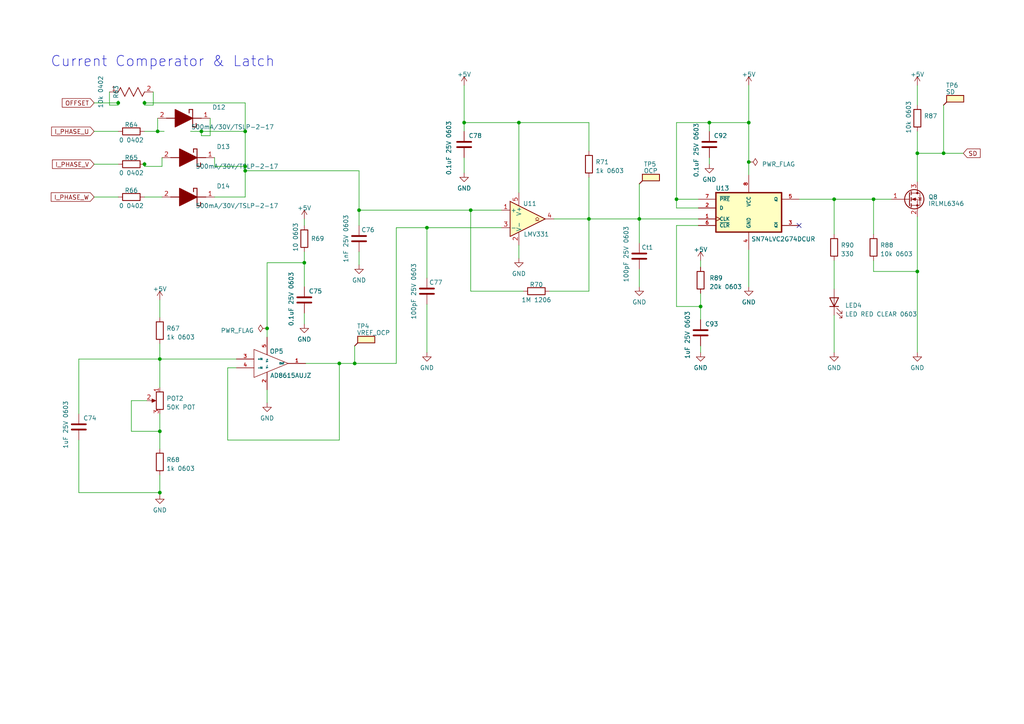
<source format=kicad_sch>
(kicad_sch (version 20231120) (generator "eeschema") (generator_version "8.0")
  (paper "A4")
  (lib_symbols
    (symbol "2024-05-10_08-55-23:PFR05S-103-FNH" (pin_names (offset 0.254))
      (property "Reference" "R" (at 5.715 3.81 0))
      (property "Value" "PFR05S-103-FNH" (at 6.35 -3.81 0))
      (symbol "PFR05S-103-FNH_1_1"
        (polyline (pts (xy 2.54 0) (xy 3.175 1.27)) (stroke (width 0.2032)))
        (polyline (pts (xy 3.175 1.27) (xy 4.445 -1.27)) (stroke (width 0.2032)))
        (polyline (pts (xy 4.445 -1.27) (xy 5.715 1.27)) (stroke (width 0.2032)))
        (polyline (pts (xy 5.715 1.27) (xy 6.985 -1.27)) (stroke (width 0.2032)))
        (polyline (pts (xy 6.985 -1.27) (xy 8.255 1.27)) (stroke (width 0.2032)))
        (polyline (pts (xy 8.255 1.27) (xy 9.525 -1.27)) (stroke (width 0.2032)))
        (polyline (pts (xy 9.525 -1.27) (xy 10.16 0)) (stroke (width 0.2032)))
        (pin unspecified line (at 0 0 0) (length 2.54) (name "") (number "1"))
        (pin unspecified line (at 12.7 0 180) (length 2.54) (name "") (number "2"))
      )
      (symbol "PFR05S-103-FNH_1_2"
        (polyline (pts (xy -1.27 3.175) (xy 1.27 4.445)) (stroke (width 0.2032)))
        (polyline (pts (xy -1.27 5.715) (xy 1.27 6.985)) (stroke (width 0.2032)))
        (polyline (pts (xy -1.27 8.255) (xy 1.27 9.525)) (stroke (width 0.2032)))
        (polyline (pts (xy 0 2.54) (xy -1.27 3.175)) (stroke (width 0.2032)))
        (polyline (pts (xy 1.27 4.445) (xy -1.27 5.715)) (stroke (width 0.2032)))
        (polyline (pts (xy 1.27 6.985) (xy -1.27 8.255)) (stroke (width 0.2032)))
        (polyline (pts (xy 1.27 9.525) (xy 0 10.16)) (stroke (width 0.2032)))
        (pin unspecified line (at 0 12.7 270) (length 2.54) (name "") (number "1"))
        (pin unspecified line (at 0 0 90) (length 2.54) (name "") (number "2"))
      )
    )
    (symbol "AD8615:AD8615AUJZ" (pin_names (offset 1.016))
      (property "Reference" "OP" (at 3.556 -12.954 0))
      (property "Value" "AD8615AUJZ" (at 8.128 -21.59 0))
      (symbol "AD8615AUJZ_0_0"
        (pin output line (at 11.176 -17.78 180) (length 5.08) (name "OUT") (number "1"))
        (pin power_in line (at 0 -25.4 90) (length 5.08) (name "V-") (number "2"))
        (pin input line (at -8.89 -16.51 0) (length 5.08) (name "+IN") (number "3"))
        (pin input line (at -8.89 -19.05 0) (length 5.08) (name "-IN") (number "4"))
        (pin power_in line (at 0 -10.16 270) (length 5.08) (name "V+") (number "5"))
      )
      (symbol "AD8615AUJZ_0_1"
        (polyline (pts (xy -3.81 -13.716) (xy -3.81 -21.844) (xy 6.096 -17.78) (xy -3.81 -13.716)))
      )
    )
    (symbol "Comparator:LMV331" (pin_names (offset 0.127))
      (property "Reference" "U" (at 1.27 5.08 0))
      (property "Value" "LMV331" (at 3.81 -5.08 0))
      (symbol "LMV331_0_1"
        (polyline (pts (xy -5.08 5.08) (xy 5.08 0) (xy -5.08 -5.08) (xy -5.08 5.08)) (stroke (width 0.254)) (fill (type background)))
        (polyline (pts (xy 3.302 -0.508) (xy 2.794 -0.508) (xy 3.302 0) (xy 2.794 0.508) (xy 2.286 0) (xy 2.794 -0.508) (xy 2.286 -0.508)) (stroke (width 0.127)))
      )
      (symbol "LMV331_1_1"
        (pin input line (at -7.62 2.54 0) (length 2.54) (name "+") (number "1"))
        (pin power_in line (at -2.54 -7.62 90) (length 3.81) (name "V-") (number "2"))
        (pin input line (at -7.62 -2.54 0) (length 2.54) (name "-") (number "3"))
        (pin open_collector line (at 7.62 0 180) (length 2.54) (name "~") (number "4"))
        (pin power_in line (at -2.54 7.62 270) (length 3.81) (name "V+") (number "5"))
      )
    )
    (symbol "Connector:TestPoint_Flag" (pin_numbers hide) (pin_names (offset 0.762) hide)
      (property "Reference" "TP" (at 3.429 1.778 0))
      (property "Value" "TestPoint_Flag" (at 3.302 4.191 0))
      (symbol "TestPoint_Flag_0_1"
        (polyline (pts (xy 0 0) (xy 0.889 0.889)) (stroke (width 0.254)))
        (rectangle (start 0.889 2.794) (end 5.842 0.889) (stroke (width 0.254)) (fill (type background)))
      )
      (symbol "TestPoint_Flag_1_1"
        (pin passive line (at 0 0 90) (length 0) (name "1") (number "1"))
      )
    )
    (symbol "Device:C" (pin_numbers hide) (pin_names (offset 0.254))
      (property "Reference" "C" (at 0.635 2.54 0))
      (property "Value" "C" (at 0.635 -2.54 0))
      (symbol "C_0_1"
        (polyline (pts (xy -2.032 -0.762) (xy 2.032 -0.762)) (stroke (width 0.508)))
        (polyline (pts (xy -2.032 0.762) (xy 2.032 0.762)) (stroke (width 0.508)))
      )
      (symbol "C_1_1"
        (pin passive line (at 0 3.81 270) (length 2.794) (name "~") (number "1"))
        (pin passive line (at 0 -3.81 90) (length 2.794) (name "~") (number "2"))
      )
    )
    (symbol "Device:LED" (pin_numbers hide) (pin_names (offset 1.016) hide)
      (property "Reference" "D" (at 0 2.54 0))
      (property "Value" "LED" (at 0 -2.54 0))
      (symbol "LED_0_1"
        (polyline (pts (xy -1.27 -1.27) (xy -1.27 1.27)) (stroke (width 0.254)))
        (polyline (pts (xy -1.27 0) (xy 1.27 0)))
        (polyline (pts (xy 1.27 -1.27) (xy 1.27 1.27) (xy -1.27 0) (xy 1.27 -1.27)) (stroke (width 0.254)))
        (polyline (pts (xy -3.048 -0.762) (xy -4.572 -2.286) (xy -3.81 -2.286) (xy -4.572 -2.286) (xy -4.572 -1.524)))
        (polyline (pts (xy -1.778 -0.762) (xy -3.302 -2.286) (xy -2.54 -2.286) (xy -3.302 -2.286) (xy -3.302 -1.524)))
      )
      (symbol "LED_1_1"
        (pin passive line (at -3.81 0 0) (length 2.54) (name "K") (number "1"))
        (pin passive line (at 3.81 0 180) (length 2.54) (name "A") (number "2"))
      )
    )
    (symbol "Device:R" (pin_numbers hide) (pin_names (offset 0))
      (property "Reference" "R" (at 2.032 0 90))
      (property "Value" "R" (at 0 0 90))
      (symbol "R_0_1"
        (rectangle (start -1.016 -2.54) (end 1.016 2.54) (stroke (width 0.254)))
      )
      (symbol "R_1_1"
        (pin passive line (at 0 3.81 270) (length 1.27) (name "~") (number "1"))
        (pin passive line (at 0 -3.81 90) (length 1.27) (name "~") (number "2"))
      )
    )
    (symbol "Device:R_Potentiometer" (pin_names (offset 1.016) hide)
      (property "Reference" "RV" (at -4.445 0 90))
      (property "Value" "R_Potentiometer" (at -2.54 0 90))
      (symbol "R_Potentiometer_0_1"
        (polyline (pts (xy 2.54 0) (xy 1.524 0)))
        (polyline (pts (xy 1.143 0) (xy 2.286 0.508) (xy 2.286 -0.508) (xy 1.143 0)) (fill (type outline)))
        (rectangle (start 1.016 2.54) (end -1.016 -2.54) (stroke (width 0.254)))
      )
      (symbol "R_Potentiometer_1_1"
        (pin passive line (at 0 3.81 270) (length 1.27) (name "1") (number "1"))
        (pin passive line (at 3.81 0 180) (length 1.27) (name "2") (number "2"))
        (pin passive line (at 0 -3.81 90) (length 1.27) (name "3") (number "3"))
      )
    )
    (symbol "PMEG3005ELD_315:PMEG3005ELD,315" (pin_names hide)
      (property "Reference" "D" (at 12.7 8.89 0))
      (property "Value" "PMEG3005ELD,315" (at 12.7 6.35 0))
      (symbol "PMEG3005ELD,315_1_1"
        (polyline (pts (xy 5.08 0) (xy 7.62 0)) (stroke (width 0.254)))
        (polyline (pts (xy 6.604 -1.524) (xy 6.604 -2.54)) (stroke (width 0.254)))
        (polyline (pts (xy 7.62 -2.54) (xy 6.604 -2.54)) (stroke (width 0.254)))
        (polyline (pts (xy 7.62 2.54) (xy 7.62 -2.54)) (stroke (width 0.254)))
        (polyline (pts (xy 7.62 2.54) (xy 8.636 2.54)) (stroke (width 0.254)))
        (polyline (pts (xy 8.636 1.524) (xy 8.636 2.54)) (stroke (width 0.254)))
        (polyline (pts (xy 12.7 0) (xy 15.24 0)) (stroke (width 0.254)))
        (polyline (pts (xy 7.62 0) (xy 12.7 2.54) (xy 12.7 -2.54) (xy 7.62 0)) (stroke (width 0.254)) (fill (type outline)))
        (pin passive line (at 2.54 0 0) (length 2.54) (name "K") (number "1"))
        (pin passive line (at 17.78 0 180) (length 2.54) (name "A") (number "2"))
      )
    )
    (symbol "SN74LVC2G74DCUR:SN74LVC2G74DCUR" (pin_names (offset 1.016))
      (property "Reference" "U?" (at -8.255 6.985 0))
      (property "Value" "SN74LVC2G74DCUR" (at 10.033 -7.747 0))
      (symbol "SN74LVC2G74DCUR_0_0"
        (rectangle (start -9.525 5.715) (end 9.525 -5.715) (stroke (width 0.41)) (fill (type background)))
        (pin input clock (at -14.605 -1.905 0) (length 5.08) (name "CLK") (number "1"))
        (pin input line (at -14.605 1.27 0) (length 5.08) (name "D") (number "2"))
        (pin output line (at 14.605 -3.81 180) (length 5.08) (name "~{Q}") (number "3"))
        (pin power_in line (at 0 -10.795 90) (length 5.08) (name "GND") (number "4"))
        (pin output line (at 14.605 3.81 180) (length 5.08) (name "Q") (number "5"))
        (pin input line (at -14.605 -3.81 0) (length 5.08) (name "~{CLR}") (number "6"))
        (pin input line (at -14.605 3.81 0) (length 5.08) (name "~{PRE}") (number "7"))
        (pin power_in line (at 0 10.795 270) (length 5.08) (name "VCC") (number "8"))
      )
    )
    (symbol "Transistor_FET:IRLML0030" (pin_names hide)
      (property "Reference" "Q" (at 5.08 1.905 0))
      (property "Value" "IRLML0030" (at 5.08 0 0))
      (symbol "IRLML0030_0_1"
        (polyline (pts (xy 0.254 0) (xy -2.54 0)))
        (polyline (pts (xy 0.254 1.905) (xy 0.254 -1.905)) (stroke (width 0.254)))
        (polyline (pts (xy 0.762 -1.27) (xy 0.762 -2.286)) (stroke (width 0.254)))
        (polyline (pts (xy 0.762 0.508) (xy 0.762 -0.508)) (stroke (width 0.254)))
        (polyline (pts (xy 0.762 2.286) (xy 0.762 1.27)) (stroke (width 0.254)))
        (polyline (pts (xy 2.54 2.54) (xy 2.54 1.778)))
        (polyline (pts (xy 2.54 -2.54) (xy 2.54 0) (xy 0.762 0)))
        (polyline (pts (xy 0.762 -1.778) (xy 3.302 -1.778) (xy 3.302 1.778) (xy 0.762 1.778)))
        (polyline (pts (xy 1.016 0) (xy 2.032 0.381) (xy 2.032 -0.381) (xy 1.016 0)) (fill (type outline)))
        (polyline (pts (xy 2.794 0.508) (xy 2.921 0.381) (xy 3.683 0.381) (xy 3.81 0.254)))
        (polyline (pts (xy 3.302 0.381) (xy 2.921 -0.254) (xy 3.683 -0.254) (xy 3.302 0.381)))
        (circle (center 1.651 0) (radius 2.794) (stroke (width 0.254)))
        (circle (center 2.54 -1.778) (radius 0.254) (fill (type outline)))
        (circle (center 2.54 1.778) (radius 0.254) (fill (type outline)))
      )
      (symbol "IRLML0030_1_1"
        (pin input line (at -5.08 0 0) (length 2.54) (name "G") (number "1"))
        (pin passive line (at 2.54 -5.08 90) (length 2.54) (name "S") (number "2"))
        (pin passive line (at 2.54 5.08 270) (length 2.54) (name "D") (number "3"))
      )
    )
    (symbol "power:+5V" (power) (pin_names (offset 0))
      (property "Value" "+5V" (at 0 3.556 0))
      (symbol "+5V_0_1"
        (polyline (pts (xy -0.762 1.27) (xy 0 2.54)))
        (polyline (pts (xy 0 0) (xy 0 2.54)))
        (polyline (pts (xy 0 2.54) (xy 0.762 1.27)))
      )
      (symbol "+5V_1_1"
        (pin power_in line (at 0 0 90) (length 0) hide (name "+5V") (number "1"))
      )
    )
    (symbol "power:GND" (power) (pin_names (offset 0))
      (property "Value" "GND" (at 0 -3.81 0))
      (symbol "GND_0_1"
        (polyline (pts (xy 0 0) (xy 0 -1.27) (xy 1.27 -1.27) (xy 0 -2.54) (xy -1.27 -1.27) (xy 0 -1.27)))
      )
      (symbol "GND_1_1"
        (pin power_in line (at 0 0 270) (length 0) hide (name "GND") (number "1"))
      )
    )
    (symbol "power:PWR_FLAG" (power) (pin_numbers hide) (pin_names (offset 0) hide)
      (property "Value" "PWR_FLAG" (at 0 3.81 0))
      (symbol "PWR_FLAG_0_0"
        (pin power_out line (at 0 0 90) (length 0) (name "pwr") (number "1"))
      )
      (symbol "PWR_FLAG_0_1"
        (polyline (pts (xy 0 0) (xy 0 1.27) (xy -1.016 1.905) (xy 0 2.54) (xy 1.016 1.905) (xy 0 1.27)))
      )
    )
  )
  (junction (at 136.525 60.96))
  (junction (at 241.935 57.785))
  (junction (at 46.355 142.875))
  (junction (at 150.495 35.56))
  (junction (at 273.685 44.45))
  (junction (at 203.2 88.9))
  (junction (at 196.215 57.785))
  (junction (at 266.065 44.45))
  (junction (at 266.065 78.74))
  (junction (at 46.355 104.14))
  (junction (at 104.14 60.96))
  (junction (at 217.17 46.99))
  (junction (at 217.17 35.56))
  (junction (at 71.12 49.53))
  (junction (at 58.42 38.1))
  (junction (at 41.91 47.625))
  (junction (at 88.265 76.2))
  (junction (at 71.12 48.26))
  (junction (at 253.365 57.785))
  (junction (at 98.425 105.41))
  (junction (at 123.825 66.04))
  (junction (at 134.62 35.56))
  (junction (at 185.42 63.5))
  (junction (at 205.74 35.56))
  (junction (at 45.72 38.1))
  (junction (at 102.87 105.41))
  (junction (at 41.91 29.845))
  (junction (at 77.47 95.25))
  (junction (at 170.815 63.5))
  (junction (at 71.12 38.1))
  (junction (at 46.355 125.095))
  (junction (at 34.29 29.845))
  (no_connect (at 231.775 65.405))
  (wire (pts (xy 77.47 97.79) (xy 77.47 95.25)))
  (wire (pts (xy 273.685 44.45) (xy 279.4 44.45)))
  (wire (pts (xy 102.87 100.33) (xy 102.87 105.41)))
  (wire (pts (xy 241.935 57.785) (xy 231.775 57.785)))
  (wire (pts (xy 71.12 49.53) (xy 71.12 57.15)))
  (wire (pts (xy 27.305 38.1) (xy 34.29 38.1)))
  (wire (pts (xy 46.355 137.795) (xy 46.355 142.875)))
  (wire (pts (xy 104.14 60.96) (xy 136.525 60.96)))
  (wire (pts (xy 217.17 35.56) (xy 217.17 46.99)))
  (wire (pts (xy 104.14 49.53) (xy 104.14 60.96)))
  (wire (pts (xy 41.91 29.21) (xy 41.91 29.845)))
  (wire (pts (xy 202.565 60.325) (xy 196.215 60.325)))
  (wire (pts (xy 46.99 48.26) (xy 46.99 45.72)))
  (wire (pts (xy 38.1 125.095) (xy 46.355 125.095)))
  (wire (pts (xy 123.825 80.645) (xy 123.825 66.04)))
  (wire (pts (xy 241.935 67.945) (xy 241.935 57.785)))
  (wire (pts (xy 123.825 88.265) (xy 123.825 102.235)))
  (wire (pts (xy 62.23 45.72) (xy 62.23 48.26)))
  (wire (pts (xy 150.495 71.12) (xy 150.495 74.93)))
  (wire (pts (xy 241.935 75.565) (xy 241.935 83.82)))
  (wire (pts (xy 88.646 105.41) (xy 98.425 105.41)))
  (wire (pts (xy 41.91 57.15) (xy 46.99 57.15)))
  (wire (pts (xy 71.12 38.1) (xy 71.12 29.845)))
  (wire (pts (xy 45.72 34.29) (xy 45.72 38.1)))
  (wire (pts (xy 77.47 113.03) (xy 77.47 116.84)))
  (wire (pts (xy 46.355 86.995) (xy 46.355 92.075)))
  (wire (pts (xy 205.74 45.72) (xy 205.74 47.625)))
  (wire (pts (xy 253.365 67.945) (xy 253.365 57.785)))
  (wire (pts (xy 196.215 57.785) (xy 202.565 57.785)))
  (wire (pts (xy 134.62 35.56) (xy 134.62 38.1)))
  (wire (pts (xy 136.525 84.455) (xy 136.525 60.96)))
  (wire (pts (xy 46.355 112.395) (xy 46.355 104.14)))
  (wire (pts (xy 185.42 63.5) (xy 185.42 70.485)))
  (wire (pts (xy 266.065 62.865) (xy 266.065 78.74)))
  (wire (pts (xy 104.14 73.025) (xy 104.14 76.835)))
  (wire (pts (xy 205.74 35.56) (xy 217.17 35.56)))
  (wire (pts (xy 98.425 105.41) (xy 102.87 105.41)))
  (wire (pts (xy 60.96 39.37) (xy 58.42 39.37)))
  (wire (pts (xy 88.265 73.025) (xy 88.265 76.2)))
  (wire (pts (xy 71.12 38.1) (xy 71.12 48.26)))
  (wire (pts (xy 266.065 78.74) (xy 266.065 102.235)))
  (wire (pts (xy 134.62 24.765) (xy 134.62 35.56)))
  (wire (pts (xy 196.215 35.56) (xy 205.74 35.56)))
  (wire (pts (xy 217.17 72.39) (xy 217.17 83.185)))
  (wire (pts (xy 60.96 34.29) (xy 60.96 39.37)))
  (wire (pts (xy 27.305 47.625) (xy 34.29 47.625)))
  (wire (pts (xy 55.245 38.1) (xy 58.42 38.1)))
  (wire (pts (xy 77.47 95.25) (xy 77.47 76.2)))
  (wire (pts (xy 205.74 38.1) (xy 205.74 35.56)))
  (wire (pts (xy 46.355 104.14) (xy 22.86 104.14)))
  (wire (pts (xy 46.355 104.14) (xy 68.58 104.14)))
  (wire (pts (xy 22.86 127.635) (xy 22.86 142.875)))
  (wire (pts (xy 42.545 116.205) (xy 38.1 116.205)))
  (wire (pts (xy 34.29 29.21) (xy 34.29 29.845)))
  (wire (pts (xy 266.065 38.1) (xy 266.065 44.45)))
  (wire (pts (xy 123.825 66.04) (xy 114.935 66.04)))
  (wire (pts (xy 88.265 63.5) (xy 88.265 65.405)))
  (wire (pts (xy 41.91 46.99) (xy 41.91 47.625)))
  (wire (pts (xy 196.215 65.405) (xy 196.215 88.9)))
  (wire (pts (xy 151.765 84.455) (xy 136.525 84.455)))
  (wire (pts (xy 38.1 116.205) (xy 38.1 125.095)))
  (wire (pts (xy 185.42 53.34) (xy 185.42 63.5)))
  (wire (pts (xy 46.355 99.695) (xy 46.355 104.14)))
  (wire (pts (xy 62.23 48.26) (xy 71.12 48.26)))
  (wire (pts (xy 68.58 106.68) (xy 66.04 106.68)))
  (wire (pts (xy 150.495 35.56) (xy 170.815 35.56)))
  (wire (pts (xy 123.825 66.04) (xy 145.415 66.04)))
  (wire (pts (xy 31.75 30.48) (xy 34.29 30.48)))
  (wire (pts (xy 196.215 88.9) (xy 203.2 88.9)))
  (wire (pts (xy 66.04 106.68) (xy 66.04 127.635)))
  (wire (pts (xy 41.91 48.26) (xy 46.99 48.26)))
  (wire (pts (xy 31.75 26.67) (xy 31.75 30.48)))
  (wire (pts (xy 41.91 38.1) (xy 45.72 38.1)))
  (wire (pts (xy 88.265 90.805) (xy 88.265 93.98)))
  (wire (pts (xy 114.935 66.04) (xy 114.935 105.41)))
  (wire (pts (xy 203.2 85.09) (xy 203.2 88.9)))
  (wire (pts (xy 170.815 63.5) (xy 160.655 63.5)))
  (wire (pts (xy 44.45 30.48) (xy 41.91 30.48)))
  (wire (pts (xy 217.17 24.765) (xy 217.17 35.56)))
  (wire (pts (xy 41.91 29.845) (xy 71.12 29.845)))
  (wire (pts (xy 62.23 57.15) (xy 71.12 57.15)))
  (wire (pts (xy 202.565 65.405) (xy 196.215 65.405)))
  (wire (pts (xy 71.12 48.26) (xy 71.12 49.53)))
  (wire (pts (xy 134.62 45.72) (xy 134.62 50.165)))
  (wire (pts (xy 170.815 43.815) (xy 170.815 35.56)))
  (wire (pts (xy 253.365 57.785) (xy 258.445 57.785)))
  (wire (pts (xy 34.29 29.845) (xy 34.29 30.48)))
  (wire (pts (xy 185.42 78.105) (xy 185.42 83.185)))
  (wire (pts (xy 98.425 105.41) (xy 98.425 127.635)))
  (wire (pts (xy 150.495 35.56) (xy 134.62 35.56)))
  (wire (pts (xy 196.215 57.785) (xy 196.215 35.56)))
  (wire (pts (xy 170.815 63.5) (xy 185.42 63.5)))
  (wire (pts (xy 159.385 84.455) (xy 170.815 84.455)))
  (wire (pts (xy 203.2 75.565) (xy 203.2 77.47)))
  (wire (pts (xy 253.365 57.785) (xy 241.935 57.785)))
  (wire (pts (xy 253.365 75.565) (xy 253.365 78.74)))
  (wire (pts (xy 102.87 105.41) (xy 114.935 105.41)))
  (wire (pts (xy 170.815 51.435) (xy 170.815 63.5)))
  (wire (pts (xy 88.265 76.2) (xy 88.265 83.185)))
  (wire (pts (xy 185.42 63.5) (xy 202.565 63.5)))
  (wire (pts (xy 273.685 30.48) (xy 273.685 44.45)))
  (wire (pts (xy 22.86 142.875) (xy 46.355 142.875)))
  (wire (pts (xy 58.42 38.1) (xy 71.12 38.1)))
  (wire (pts (xy 46.355 120.015) (xy 46.355 125.095)))
  (wire (pts (xy 27.305 57.15) (xy 34.29 57.15)))
  (wire (pts (xy 45.72 38.1) (xy 47.625 38.1)))
  (wire (pts (xy 196.215 60.325) (xy 196.215 57.785)))
  (wire (pts (xy 66.04 127.635) (xy 98.425 127.635)))
  (wire (pts (xy 46.355 125.095) (xy 46.355 130.175)))
  (wire (pts (xy 46.355 142.875) (xy 46.355 143.51)))
  (wire (pts (xy 27.305 29.845) (xy 34.29 29.845)))
  (wire (pts (xy 41.91 29.845) (xy 41.91 30.48)))
  (wire (pts (xy 58.42 39.37) (xy 58.42 38.1)))
  (wire (pts (xy 71.12 49.53) (xy 104.14 49.53)))
  (wire (pts (xy 136.525 60.96) (xy 145.415 60.96)))
  (wire (pts (xy 150.495 55.88) (xy 150.495 35.56)))
  (wire (pts (xy 77.47 76.2) (xy 88.265 76.2)))
  (wire (pts (xy 22.86 104.14) (xy 22.86 120.015)))
  (wire (pts (xy 203.2 88.9) (xy 203.2 92.71)))
  (wire (pts (xy 41.91 47.625) (xy 41.91 48.26)))
  (wire (pts (xy 253.365 78.74) (xy 266.065 78.74)))
  (wire (pts (xy 203.2 100.33) (xy 203.2 102.235)))
  (wire (pts (xy 241.935 91.44) (xy 241.935 102.235)))
  (wire (pts (xy 266.065 44.45) (xy 266.065 52.705)))
  (wire (pts (xy 217.17 46.99) (xy 217.17 50.8)))
  (wire (pts (xy 266.065 44.45) (xy 273.685 44.45)))
  (wire (pts (xy 266.065 24.765) (xy 266.065 30.48)))
  (wire (pts (xy 170.815 84.455) (xy 170.815 63.5)))
  (wire (pts (xy 104.14 65.405) (xy 104.14 60.96)))
  (wire (pts (xy 44.45 26.67) (xy 44.45 30.48)))
  (text "Current Comperator & Latch" (at 14.605 19.685 0) (effects (font (size 3 3)) (justify left bottom)))
  (global_label "I_PHASE_W" (shape input) (at 27.305 57.15 180) (property "Intersheetrefs" "${INTERSHEET_REFS}" (effects (hide yes))))
  (global_label "I_PHASE_U" (shape input) (at 27.305 38.1 180) (property "Intersheetrefs" "${INTERSHEET_REFS}" (effects (hide yes))))
  (global_label "SD" (shape input) (at 279.4 44.45 0) (property "Intersheetrefs" "${INTERSHEET_REFS}" (effects (hide yes))))
  (global_label "I_PHASE_V" (shape input) (at 27.305 47.625 180) (property "Intersheetrefs" "${INTERSHEET_REFS}" (effects (hide yes))))
  (global_label "OFFSET" (shape input) (at 27.305 29.845 180) (property "Intersheetrefs" "${INTERSHEET_REFS}" (effects (hide yes))))
  (symbol (lib_id "power:+5V") (at 217.17 24.765 0) (unit 1)
    (property "Reference" "#PWR065" (effects (hide yes)))
    (property "Value" "+5V" (at 217.17 21.59 0))
  )
  (symbol (lib_id "AD8615:AD8615AUJZ") (at 77.47 87.63 0) (unit 1)
    (property "Reference" "OP5" (at 80.2132 101.9048 0))
    (property "Value" "AD8615AUJZ" (at 84.328 108.9152 0))
    (property "Footprint" "AD8615AUJZ:SOT95P280X100-5N" (effects (hide yes)))
    (property "Description" "\nPrecision 20 MHz CMOS Single RRIO Operational Amplifier\n" (effects (hide yes)))
    (property "MF" "Analog Devices" (effects (hide yes)))
    (property "PACKAGE" "SOT-23-5" (effects (hide yes)))
    (property "MPN" "AD8615AUJZ" (effects (hide yes)))
    (property "Price" "None" (effects (hide yes)))
    (property "Package" "TSOT-5 Analog Devices" (effects (hide yes)))
    (property "OC_FARNELL" "9079408" (effects (hide yes)))
    (property "SnapEDA_Link" "https://www.snapeda.com/parts/AD8615AUJZ-REEL7/Analog+Devices/view-part/?ref=snap" (effects (hide yes)))
    (property "MP" "AD8615AUJZ-REEL7" (effects (hide yes)))
    (property "Purchase-URL" "https://www.snapeda.com/api/url_track_click_mouser/?unipart_id=45535&manufacturer=Analog Devices&part_name=AD8615AUJZ-REEL7&search_term=ad8615" (effects (hide yes)))
    (property "SUPPLIER" "Analog Devices" (effects (hide yes)))
    (property "OC_NEWARK" "31M4569" (effects (hide yes)))
    (property "Availability" "In Stock" (effects (hide yes)))
    (property "Check_prices" "https://www.snapeda.com/parts/AD8615AUJZ-REEL7/Analog+Devices/view-part/?ref=eda" (effects (hide yes)))
  )
  (symbol (lib_id "power:+5V") (at 134.62 24.765 0) (unit 1)
    (property "Reference" "#PWR051" (effects (hide yes)))
    (property "Value" "+5V" (at 134.62 21.59 0))
  )
  (symbol (lib_id "Device:C") (at 88.265 86.995 0) (unit 1)
    (property "Reference" "C75" (at 89.535 84.455 0) (effects (justify left)))
    (property "Value" "0.1uF 25V 0603" (at 84.455 94.615 90) (effects (justify left)))
    (property "Footprint" "All Footprints:C75,C78,C92 (3)" (effects (hide yes)))
  )
  (symbol (lib_id "power:GND") (at 77.47 116.84 0) (unit 1)
    (property "Reference" "#PWR058" (effects (hide yes)))
    (property "Value" "GND" (at 77.47 121.285 0))
  )
  (symbol (lib_id "Device:R") (at 46.355 95.885 0) (unit 1)
    (property "Reference" "R67" (at 48.26 95.25 0) (effects (justify left)))
    (property "Value" "1k 0603" (at 48.26 97.79 0) (effects (justify left)))
    (property "Footprint" "All Footprints:RES_RCA0603_VIS" (effects (hide yes)))
  )
  (symbol (lib_id "power:GND") (at 185.42 83.185 0) (unit 1)
    (property "Reference" "#PWR061" (effects (hide yes)))
    (property "Value" "GND" (at 185.42 87.63 0))
  )
  (symbol (lib_id "PMEG3005ELD_315:PMEG3005ELD,315") (at 64.77 57.15 0) (mirror y) (unit 1)
    (property "Reference" "D14" (at 64.77 53.975 0))
    (property "Value" "500mA/30V/TSLP-2-17 " (at 69.215 59.69 0))
    (property "Footprint" "PMEG3005ELD315" (effects (hide yes)))
    (property "Datasheet" "https://assets.nexperia.com/documents/data-sheet/PMEG3005ELD.pdf" (effects (hide yes)))
    (property "Description" "Schottky Diodes & Rectifiers Schottky Diode" (effects (hide yes)))
    (property "Height" "0.4" (effects (hide yes)))
    (property "Mouser Part Number" "771-PMEG3005ELD315" (effects (hide yes)))
    (property "Mouser Price/Stock" "https://www.mouser.co.uk/ProductDetail/Nexperia/PMEG3005ELD315?qs=j56XEm5BXrSQr1dGtOQTNA%3D%3D" (effects (hide yes)))
    (property "Manufacturer_Name" "Nexperia" (effects (hide yes)))
    (property "Manufacturer_Part_Number" "PMEG3005ELD,315" (effects (hide yes)))
  )
  (symbol (lib_id "Device:C") (at 134.62 41.91 0) (unit 1)
    (property "Reference" "C78" (at 135.89 39.37 0) (effects (justify left)))
    (property "Value" "0.1uF 25V 0603" (at 130.175 50.8 90) (effects (justify left)))
    (property "Footprint" "All Footprints:C75,C78,C92 (3)" (effects (hide yes)))
  )
  (symbol (lib_id "power:+5V") (at 46.355 86.995 0) (unit 1)
    (property "Reference" "#PWR059" (effects (hide yes)))
    (property "Value" "+5V" (at 46.355 83.82 0))
  )
  (symbol (lib_id "power:GND") (at 134.62 50.165 0) (unit 1)
    (property "Reference" "#PWR052" (effects (hide yes)))
    (property "Value" "GND" (at 134.62 54.61 0))
  )
  (symbol (lib_id "Connector:TestPoint_Flag") (at 185.42 53.34 0) (unit 1)
    (property "Reference" "TP5" (at 186.69 47.625 0) (effects (justify left)))
    (property "Value" "OCP" (at 186.69 49.53 0) (effects (justify left)))
  )
  (symbol (lib_id "power:+5V") (at 203.2 75.565 0) (unit 1)
    (property "Reference" "#PWR067" (effects (hide yes)))
    (property "Value" "+5V" (at 203.2 72.39 0))
  )
  (symbol (lib_id "power:GND") (at 241.935 102.235 0) (unit 1)
    (property "Reference" "#PWR063" (effects (hide yes)))
    (property "Value" "GND" (at 241.935 106.68 0))
  )
  (symbol (lib_id "SN74LVC2G74DCUR:SN74LVC2G74DCUR") (at 217.17 61.595 0) (unit 1)
    (property "Reference" "U13" (at 209.55 54.61 0))
    (property "Value" "SN74LVC2G74DCUR" (at 227.203 69.342 0))
    (property "Footprint" "SN74LVC2G74DCUR:SOP50P310X90-8N" (effects (hide yes)))
    (property "Description" "\nSingle Positive-Edge-Triggered D-Type Flip-Flop with Clear and Preset\n" (effects (hide yes)))
    (property "MF" "Texas Instruments" (effects (hide yes)))
    (property "Package" "VSSOP-8 Texas Instruments" (effects (hide yes)))
    (property "Price" "None" (effects (hide yes)))
    (property "SnapEDA_Link" "https://www.snapeda.com/parts/SN74LVC2G74DCUR/Texas+Instruments/view-part/?ref=snap" (effects (hide yes)))
    (property "MP" "SN74LVC2G74DCUR" (effects (hide yes)))
    (property "Purchase-URL" "https://www.snapeda.com/api/url_track_click_mouser/?unipart_id=395570&manufacturer=Texas Instruments&part_name=SN74LVC2G74DCUR&search_term=sn74lvc2g74dcur" (effects (hide yes)))
    (property "Availability" "In Stock" (effects (hide yes)))
    (property "Check_prices" "https://www.snapeda.com/parts/SN74LVC2G74DCUR/Texas+Instruments/view-part/?ref=eda" (effects (hide yes)))
  )
  (symbol (lib_id "Device:R") (at 38.1 57.15 90) (unit 1)
    (property "Reference" "R66" (at 38.1 55.245 90))
    (property "Value" "0 0402" (at 38.1 59.69 90))
  )
  (symbol (lib_id "2024-05-10_08-55-23:PFR05S-103-FNH") (at 31.75 26.67 0) (unit 1)
    (property "Reference" "R63" (at 33.655 26.67 90))
    (property "Value" "10k 0402" (at 29.21 26.67 90))
    (property "Footprint" "RES_PFR05S_CYN" (effects (hide yes)))
    (property "Datasheet" "PFR05S-103-FNH" (effects (hide yes)))
    (property "Description" "Resistor" (effects (hide yes)))
  )
  (symbol (lib_id "power:GND") (at 203.2 102.235 0) (unit 1)
    (property "Reference" "#PWR068" (effects (hide yes)))
    (property "Value" "GND" (at 203.2 106.68 0))
  )
  (symbol (lib_id "Device:C") (at 123.825 84.455 0) (unit 1)
    (property "Reference" "C77" (at 124.46 81.915 0) (effects (justify left)))
    (property "Value" "100pF 25V 0603" (at 120.015 92.71 90) (effects (justify left)))
    (property "Footprint" "All Footprints:C77,C79 (1)" (effects (hide yes)))
  )
  (symbol (lib_id "power:GND") (at 205.74 47.625 0) (unit 1)
    (property "Reference" "#PWR066" (effects (hide yes)))
    (property "Value" "GND" (at 205.74 52.07 0))
  )
  (symbol (lib_id "Device:C") (at 22.86 123.825 0) (unit 1)
    (property "Reference" "C74" (at 24.13 121.285 0) (effects (justify left)))
    (property "Value" "1uF 25V 0603" (at 19.05 130.175 90) (effects (justify left)))
    (property "Footprint" "All Footprints:C74,C93 (1)" (effects (hide yes)))
  )
  (symbol (lib_id "Device:C") (at 185.42 74.295 0) (unit 1)
    (property "Reference" "Ct1" (at 186.055 71.755 0) (effects (justify left)))
    (property "Value" "100pF 25V 0603" (at 181.61 81.915 90) (effects (justify left)))
    (property "Footprint" "All Footprints:C77,C79 (1)" (effects (hide yes)))
  )
  (symbol (lib_id "PMEG3005ELD_315:PMEG3005ELD,315") (at 64.77 45.72 0) (mirror y) (unit 1)
    (property "Reference" "D13" (at 64.77 42.545 0))
    (property "Value" "500mA/30V/TSLP-2-17 " (at 69.215 48.26 0))
    (property "Footprint" "PMEG3005ELD315" (effects (hide yes)))
    (property "Datasheet" "https://assets.nexperia.com/documents/data-sheet/PMEG3005ELD.pdf" (effects (hide yes)))
    (property "Description" "Schottky Diodes & Rectifiers Schottky Diode" (effects (hide yes)))
    (property "Height" "0.4" (effects (hide yes)))
    (property "Mouser Part Number" "771-PMEG3005ELD315" (effects (hide yes)))
    (property "Mouser Price/Stock" "https://www.mouser.co.uk/ProductDetail/Nexperia/PMEG3005ELD315?qs=j56XEm5BXrSQr1dGtOQTNA%3D%3D" (effects (hide yes)))
    (property "Manufacturer_Name" "Nexperia" (effects (hide yes)))
    (property "Manufacturer_Part_Number" "PMEG3005ELD,315" (effects (hide yes)))
  )
  (symbol (lib_id "Device:C") (at 104.14 69.215 0) (unit 1)
    (property "Reference" "C76" (at 104.775 66.675 0) (effects (justify left)))
    (property "Value" "1nF 25V 0603" (at 100.33 76.2 90) (effects (justify left)))
    (property "Footprint" "All Footprints:C76 (1)" (effects (hide yes)))
  )
  (symbol (lib_id "Device:R") (at 241.935 71.755 0) (unit 1)
    (property "Reference" "R90" (at 243.84 71.12 0) (effects (justify left)))
    (property "Value" "330" (at 243.84 73.66 0) (effects (justify left)))
    (property "Footprint" "All Footprints:RESC1508X50N" (effects (hide yes)))
  )
  (symbol (lib_id "Comparator:LMV331") (at 153.035 63.5 0) (unit 1)
    (property "Reference" "U11" (at 153.67 59.055 0))
    (property "Value" "LMV331" (at 155.575 67.945 0))
    (property "Datasheet" "http://www.ti.com/lit/ds/symlink/lmv331.pdf" (effects (hide yes)))
  )
  (symbol (lib_id "power:GND") (at 104.14 76.835 0) (unit 1)
    (property "Reference" "#PWR055" (effects (hide yes)))
    (property "Value" "GND" (at 104.14 81.28 0))
  )
  (symbol (lib_id "Device:R") (at 203.2 81.28 0) (unit 1)
    (property "Reference" "R89" (at 205.74 80.645 0) (effects (justify left)))
    (property "Value" "20k 0603" (at 205.74 83.185 0) (effects (justify left)))
    (property "Footprint" "All Footprints:RESC1508X50N" (effects (hide yes)))
  )
  (symbol (lib_id "Device:R") (at 155.575 84.455 90) (unit 1)
    (property "Reference" "R70" (at 155.575 82.55 90))
    (property "Value" "1M 1206" (at 155.575 86.995 90))
    (property "Footprint" "All Footprints:R70 (1)" (effects (hide yes)))
  )
  (symbol (lib_id "power:GND") (at 217.17 83.185 0) (unit 1)
    (property "Reference" "#PWR062" (effects (hide yes)))
    (property "Value" "GND" (at 217.17 87.63 0))
  )
  (symbol (lib_id "power:GND") (at 150.495 74.93 0) (unit 1)
    (property "Reference" "#PWR053" (effects (hide yes)))
    (property "Value" "GND" (at 150.495 79.375 0))
  )
  (symbol (lib_id "power:GND") (at 266.065 102.235 0) (unit 1)
    (property "Reference" "#PWR064" (effects (hide yes)))
    (property "Value" "GND" (at 266.065 106.68 0))
  )
  (symbol (lib_id "Connector:TestPoint_Flag") (at 273.685 30.48 0) (unit 1)
    (property "Reference" "TP6" (at 274.32 24.765 0) (effects (justify left)))
    (property "Value" "SD" (at 274.32 26.67 0) (effects (justify left)))
  )
  (symbol (lib_id "Device:R") (at 253.365 71.755 0) (unit 1)
    (property "Reference" "R88" (at 255.27 71.12 0) (effects (justify left)))
    (property "Value" "10k 0603" (at 255.27 73.66 0) (effects (justify left)))
    (property "Footprint" "All Footprints:RES_ERJUP3_PAN" (effects (hide yes)))
  )
  (symbol (lib_id "power:GND") (at 88.265 93.98 0) (unit 1)
    (property "Reference" "#PWR056" (effects (hide yes)))
    (property "Value" "GND" (at 88.265 98.425 0))
  )
  (symbol (lib_id "Device:R") (at 38.1 38.1 90) (unit 1)
    (property "Reference" "R64" (at 38.1 36.195 90))
    (property "Value" "0 0402" (at 38.1 40.64 90))
  )
  (symbol (lib_id "Device:R") (at 88.265 69.215 0) (unit 1)
    (property "Reference" "R69" (at 90.17 69.215 0) (effects (justify left)))
    (property "Value" "10 0603" (at 85.725 73.025 90) (effects (justify left)))
    (property "Footprint" "All Footprints:ERJP03_PA3__0603_" (effects (hide yes)))
  )
  (symbol (lib_id "Device:C") (at 205.74 41.91 0) (unit 1)
    (property "Reference" "C92" (at 207.01 39.37 0) (effects (justify left)))
    (property "Value" "0.1uF 25V 0603" (at 201.93 51.435 90) (effects (justify left)))
    (property "Footprint" "All Footprints:C75,C78,C92 (3)" (effects (hide yes)))
  )
  (symbol (lib_id "Transistor_FET:IRLML0030") (at 263.525 57.785 0) (unit 1)
    (property "Reference" "Q8" (at 269.24 57.15 0) (effects (justify left)))
    (property "Value" "IRLML6346" (at 269.24 59.055 0) (effects (justify left)))
    (property "Footprint" "Package_TO_SOT_SMD:SOT-23" (effects (hide yes)))
    (property "Datasheet" "https://www.infineon.com/dgdl/irlml0030pbf.pdf?fileId=5546d462533600a401535664773825df" (effects (hide yes)))
  )
  (symbol (lib_id "power:+5V") (at 266.065 24.765 0) (unit 1)
    (property "Reference" "#PWR069" (effects (hide yes)))
    (property "Value" "+5V" (at 266.065 21.59 0))
  )
  (symbol (lib_id "Device:R") (at 170.815 47.625 0) (unit 1)
    (property "Reference" "R71" (at 172.72 46.99 0) (effects (justify left)))
    (property "Value" "1k 0603" (at 172.72 49.53 0) (effects (justify left)))
    (property "Footprint" "All Footprints:RES_RCA0603_VIS" (effects (hide yes)))
  )
  (symbol (lib_id "power:+5V") (at 88.265 63.5 0) (unit 1)
    (property "Reference" "#PWR057" (effects (hide yes)))
    (property "Value" "+5V" (at 88.265 60.325 0))
  )
  (symbol (lib_id "Device:R") (at 46.355 133.985 0) (unit 1)
    (property "Reference" "R68" (at 48.26 133.35 0) (effects (justify left)))
    (property "Value" "1k 0603" (at 48.26 135.89 0) (effects (justify left)))
    (property "Footprint" "All Footprints:RES_RCA0603_VIS" (effects (hide yes)))
  )
  (symbol (lib_id "Device:LED") (at 241.935 87.63 90) (unit 1)
    (property "Reference" "LED4" (at 245.11 88.5825 90) (effects (justify right)))
    (property "Value" "LED RED CLEAR 0603" (at 245.11 91.1225 90) (effects (justify right)))
    (property "Footprint" "All Footprints:LED4" (effects (hide yes)))
  )
  (symbol (lib_id "power:PWR_FLAG") (at 217.17 46.99 270) (unit 1)
    (property "Reference" "#FLG06" (effects (hide yes)))
    (property "Value" "PWR_FLAG" (at 220.98 47.625 90) (effects (justify left)))
  )
  (symbol (lib_id "Device:R_Potentiometer") (at 46.355 116.205 0) (mirror y) (unit 1)
    (property "Reference" "POT2" (at 48.26 115.57 0) (effects (justify right)))
    (property "Value" "50K POT" (at 48.26 118.11 0) (effects (justify right)))
    (property "Footprint" "All Footprints:POT2" (effects (hide yes)))
  )
  (symbol (lib_id "Connector:TestPoint_Flag") (at 102.87 100.33 0) (unit 1)
    (property "Reference" "TP4" (at 103.505 94.615 0) (effects (justify left)))
    (property "Value" "VREF_OCP" (at 103.505 96.52 0) (effects (justify left)))
  )
  (symbol (lib_id "Device:R") (at 266.065 34.29 0) (unit 1)
    (property "Reference" "R87" (at 267.97 33.655 0) (effects (justify left)))
    (property "Value" "10k 0603" (at 263.525 38.735 90) (effects (justify left)))
    (property "Footprint" "All Footprints:RES_ERJUP3_PAN" (effects (hide yes)))
  )
  (symbol (lib_id "power:GND") (at 46.355 143.51 0) (unit 1)
    (property "Reference" "#PWR060" (effects (hide yes)))
    (property "Value" "GND" (at 46.355 147.955 0))
  )
  (symbol (lib_id "Device:C") (at 203.2 96.52 0) (unit 1)
    (property "Reference" "C93" (at 204.47 93.98 0) (effects (justify left)))
    (property "Value" "1uF 25V 0603" (at 199.39 104.14 90) (effects (justify left)))
    (property "Footprint" "All Footprints:C74,C93 (1)" (effects (hide yes)))
  )
  (symbol (lib_id "PMEG3005ELD_315:PMEG3005ELD,315") (at 63.5 34.29 0) (mirror y) (unit 1)
    (property "Reference" "D12" (at 63.5 31.115 0))
    (property "Value" "500mA/30V/TSLP-2-17 " (at 67.945 36.83 0))
    (property "Footprint" "PMEG3005ELD315" (effects (hide yes)))
    (property "Datasheet" "https://assets.nexperia.com/documents/data-sheet/PMEG3005ELD.pdf" (effects (hide yes)))
    (property "Description" "Schottky Diodes & Rectifiers Schottky Diode" (effects (hide yes)))
    (property "Height" "0.4" (effects (hide yes)))
    (property "Mouser Part Number" "771-PMEG3005ELD315" (effects (hide yes)))
    (property "Mouser Price/Stock" "https://www.mouser.co.uk/ProductDetail/Nexperia/PMEG3005ELD315?qs=j56XEm5BXrSQr1dGtOQTNA%3D%3D" (effects (hide yes)))
    (property "Manufacturer_Name" "Nexperia" (effects (hide yes)))
    (property "Manufacturer_Part_Number" "PMEG3005ELD,315" (effects (hide yes)))
  )
  (symbol (lib_id "power:GND") (at 123.825 102.235 0) (unit 1)
    (property "Reference" "#PWR054" (effects (hide yes)))
    (property "Value" "GND" (at 123.825 106.68 0))
  )
  (symbol (lib_id "power:PWR_FLAG") (at 77.47 95.25 90) (unit 1)
    (property "Reference" "#FLG05" (effects (hide yes)))
    (property "Value" "PWR_FLAG" (at 73.66 95.885 90) (effects (justify left)))
  )
  (symbol (lib_id "Device:R") (at 38.1 47.625 90) (unit 1)
    (property "Reference" "R65" (at 38.1 45.72 90))
    (property "Value" "0 0402" (at 38.1 50.165 90))
  )
)
</source>
